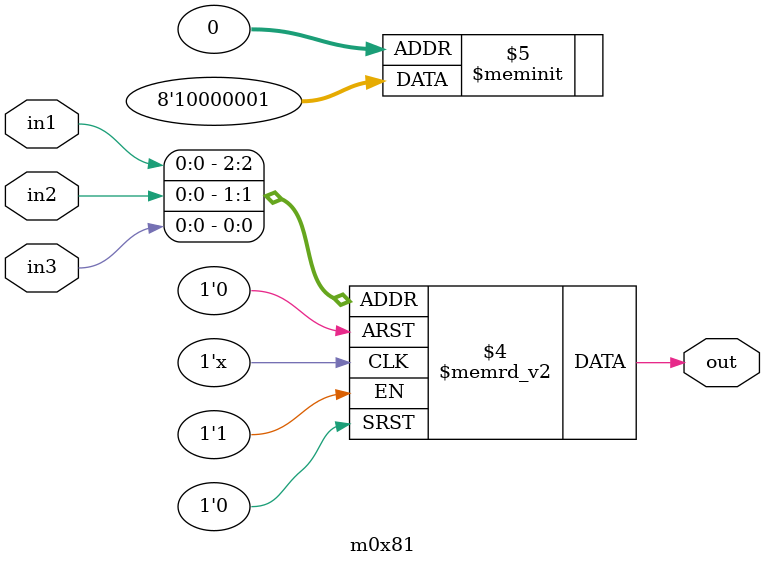
<source format=v>
module m0x81(output out, input in1, in2, in3);

   always @(in1, in2, in3)
     begin
        case({in1, in2, in3})
          3'b000: {out} = 1'b1;
          3'b001: {out} = 1'b0;
          3'b010: {out} = 1'b0;
          3'b011: {out} = 1'b0;
          3'b100: {out} = 1'b0;
          3'b101: {out} = 1'b0;
          3'b110: {out} = 1'b0;
          3'b111: {out} = 1'b1;
        endcase // case ({in1, in2, in3})
     end // always @ (in1, in2, in3)

endmodule // m0x81
</source>
